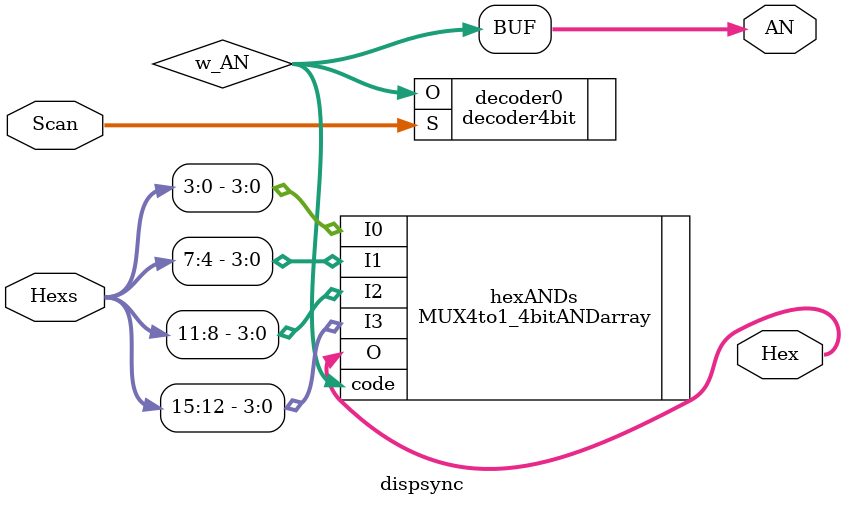
<source format=v>
`timescale 1ns / 1ps
module dispsync(input [15:0]Hexs,
					input  [1:0] Scan,
					output [3:0] Hex,
					output[3:0] AN
    );
	 
	wire [3:0] w_AN;
	
	decoder4bit decoder0(.S(Scan), .O(w_AN));
	
	MUX4to1_4bitANDarray hexANDs(.code(w_AN), .I0(Hexs[3:0]), .I1(Hexs[7:4]), .I2(Hexs[11:8]), .I3(Hexs[15:12]), .O(Hex));
	
	assign AN=w_AN;

endmodule

</source>
